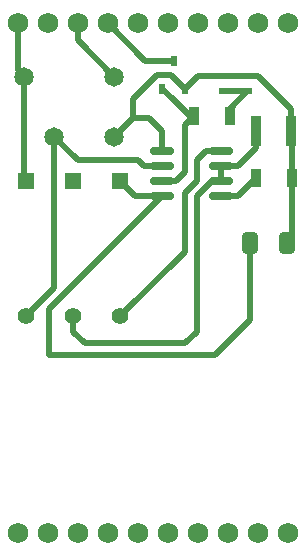
<source format=gbr>
%TF.GenerationSoftware,KiCad,Pcbnew,8.0.8*%
%TF.CreationDate,2025-04-18T10:54:44-04:00*%
%TF.ProjectId,RTDS Control Module V4.0,52544453-2043-46f6-9e74-726f6c204d6f,rev?*%
%TF.SameCoordinates,Original*%
%TF.FileFunction,Copper,L1,Top*%
%TF.FilePolarity,Positive*%
%FSLAX46Y46*%
G04 Gerber Fmt 4.6, Leading zero omitted, Abs format (unit mm)*
G04 Created by KiCad (PCBNEW 8.0.8) date 2025-04-18 10:54:44*
%MOMM*%
%LPD*%
G01*
G04 APERTURE LIST*
G04 Aperture macros list*
%AMRoundRect*
0 Rectangle with rounded corners*
0 $1 Rounding radius*
0 $2 $3 $4 $5 $6 $7 $8 $9 X,Y pos of 4 corners*
0 Add a 4 corners polygon primitive as box body*
4,1,4,$2,$3,$4,$5,$6,$7,$8,$9,$2,$3,0*
0 Add four circle primitives for the rounded corners*
1,1,$1+$1,$2,$3*
1,1,$1+$1,$4,$5*
1,1,$1+$1,$6,$7*
1,1,$1+$1,$8,$9*
0 Add four rect primitives between the rounded corners*
20,1,$1+$1,$2,$3,$4,$5,0*
20,1,$1+$1,$4,$5,$6,$7,0*
20,1,$1+$1,$6,$7,$8,$9,0*
20,1,$1+$1,$8,$9,$2,$3,0*%
G04 Aperture macros list end*
%TA.AperFunction,SMDPad,CuDef*%
%ADD10R,0.889000X0.609600*%
%TD*%
%TA.AperFunction,SMDPad,CuDef*%
%ADD11RoundRect,0.250000X-0.412500X-0.650000X0.412500X-0.650000X0.412500X0.650000X-0.412500X0.650000X0*%
%TD*%
%TA.AperFunction,SMDPad,CuDef*%
%ADD12R,0.558800X0.863600*%
%TD*%
%TA.AperFunction,SMDPad,CuDef*%
%ADD13R,0.863600X1.600200*%
%TD*%
%TA.AperFunction,ComponentPad*%
%ADD14R,1.397000X1.397000*%
%TD*%
%TA.AperFunction,ComponentPad*%
%ADD15C,1.397000*%
%TD*%
%TA.AperFunction,ComponentPad*%
%ADD16C,1.650000*%
%TD*%
%TA.AperFunction,ComponentPad*%
%ADD17C,1.750000*%
%TD*%
%TA.AperFunction,SMDPad,CuDef*%
%ADD18R,0.955600X2.500000*%
%TD*%
%TA.AperFunction,SMDPad,CuDef*%
%ADD19RoundRect,0.150000X-0.825000X-0.150000X0.825000X-0.150000X0.825000X0.150000X-0.825000X0.150000X0*%
%TD*%
%TA.AperFunction,SMDPad,CuDef*%
%ADD20R,0.855600X1.600000*%
%TD*%
%TA.AperFunction,Conductor*%
%ADD21C,0.500000*%
%TD*%
G04 APERTURE END LIST*
D10*
%TO.P,R4,1*%
%TO.N,Net-(D1-K)*%
X68250000Y-31147700D03*
%TO.P,R4,2*%
%TO.N,Net-(U1-GND)*%
X68250000Y-29852300D03*
%TD*%
D11*
%TO.P,C3,1*%
%TO.N,RESET*%
X70500000Y-44000000D03*
%TO.P,C3,2*%
%TO.N,Net-(U1-GND)*%
X73625000Y-44000000D03*
%TD*%
D12*
%TO.P,U2,1,G*%
%TO.N,Net-(D1-A)*%
X63047500Y-30943800D03*
%TO.P,U2,2,S*%
%TO.N,Net-(U1-GND)*%
X64952500Y-30943800D03*
%TO.P,U2,3,D*%
%TO.N,Net-(U2-D)*%
X64000000Y-28556200D03*
%TD*%
D13*
%TO.P,D1,1,K*%
%TO.N,Net-(D1-K)*%
X68774000Y-33250000D03*
%TO.P,D1,2,A*%
%TO.N,Net-(D1-A)*%
X65726000Y-33250000D03*
%TD*%
D14*
%TO.P,R2,1*%
%TO.N,Net-(U1-R)*%
X55500000Y-38750000D03*
D15*
%TO.P,R2,2*%
%TO.N,Net-(U1-DIS)*%
X55500000Y-50180000D03*
%TD*%
D16*
%TO.P,K1,2*%
%TO.N,Net-(U1-TR)*%
X53890000Y-34980000D03*
%TO.P,K1,4*%
%TO.N,Net-(U1-GND)*%
X58970000Y-34980000D03*
%TO.P,K1,5*%
%TO.N,Net-(J1-Pad3)*%
X58970000Y-29900000D03*
%TO.P,K1,8*%
%TO.N,Net-(U1-R)*%
X51350000Y-29900000D03*
%TD*%
D17*
%TO.P,J2,1,1*%
%TO.N,N/C*%
X50800000Y-68580000D03*
%TO.P,J2,2,2*%
X53340000Y-68580000D03*
%TO.P,J2,3,3*%
X55880000Y-68580000D03*
%TO.P,J2,4,4*%
X58420000Y-68580000D03*
%TO.P,J2,5,5*%
X60960000Y-68580000D03*
%TO.P,J2,6,6*%
X63500000Y-68580000D03*
%TO.P,J2,7,7*%
X66040000Y-68580000D03*
%TO.P,J2,8,8*%
X68580000Y-68580000D03*
%TO.P,J2,9,9*%
X71120000Y-68580000D03*
%TO.P,J2,10,10*%
X73660000Y-68580000D03*
%TD*%
D18*
%TO.P,C1,1*%
%TO.N,Net-(U1-DIS)*%
X71022199Y-34500000D03*
%TO.P,C1,2*%
%TO.N,Net-(U1-GND)*%
X73977801Y-34500000D03*
%TD*%
D14*
%TO.P,R1,1*%
%TO.N,Net-(U1-R)*%
X51500000Y-38785000D03*
D15*
%TO.P,R1,2*%
%TO.N,Net-(U1-TR)*%
X51500000Y-50215000D03*
%TD*%
D19*
%TO.P,U1,1,GND*%
%TO.N,Net-(U1-GND)*%
X63050000Y-36230000D03*
%TO.P,U1,2,TR*%
%TO.N,Net-(U1-TR)*%
X63050000Y-37500000D03*
%TO.P,U1,3,Q*%
%TO.N,Net-(D1-A)*%
X63050000Y-38770000D03*
%TO.P,U1,4,R*%
%TO.N,RESET*%
X63050000Y-40040000D03*
%TO.P,U1,5,CV*%
%TO.N,Net-(U1-CV)*%
X68000000Y-40040000D03*
%TO.P,U1,6,THR*%
%TO.N,Net-(U1-DIS)*%
X68000000Y-38770000D03*
%TO.P,U1,7,DIS*%
X68000000Y-37500000D03*
%TO.P,U1,8,VCC*%
%TO.N,Net-(U1-R)*%
X68000000Y-36230000D03*
%TD*%
D20*
%TO.P,C2,1*%
%TO.N,Net-(U1-CV)*%
X71000000Y-38500000D03*
%TO.P,C2,2*%
%TO.N,Net-(U1-GND)*%
X74055602Y-38500000D03*
%TD*%
D10*
%TO.P,R3,1*%
%TO.N,Net-(D1-K)*%
X70250000Y-31147700D03*
%TO.P,R3,2*%
%TO.N,Net-(U1-GND)*%
X70250000Y-29852300D03*
%TD*%
D14*
%TO.P,R3,1*%
%TO.N,RESET*%
X59500000Y-38785000D03*
D15*
%TO.P,R3,2*%
%TO.N,Net-(U1-R)*%
X59500000Y-50215000D03*
%TD*%
D17*
%TO.P,J1,1,1*%
%TO.N,Net-(U1-R)*%
X50800000Y-25400000D03*
%TO.P,J1,2,2*%
%TO.N,Net-(U1-GND)*%
X53340000Y-25400000D03*
%TO.P,J1,3,3*%
%TO.N,Net-(J1-Pad3)*%
X55880000Y-25400000D03*
%TO.P,J1,4,4*%
%TO.N,Net-(U2-D)*%
X58420000Y-25400000D03*
%TO.P,J1,5,5*%
%TO.N,unconnected-(J1-Pad5)*%
X60960000Y-25400000D03*
%TO.P,J1,6,6*%
%TO.N,unconnected-(J1-Pad6)*%
X63500000Y-25400000D03*
%TO.P,J1,7,7*%
%TO.N,unconnected-(J1-Pad7)*%
X66040000Y-25400000D03*
%TO.P,J1,8,8*%
%TO.N,unconnected-(J1-Pad8)*%
X68580000Y-25400000D03*
%TO.P,J1,9,9*%
%TO.N,unconnected-(J1-Pad9)*%
X71120000Y-25400000D03*
%TO.P,J1,10,10*%
%TO.N,unconnected-(J1-Pad10)*%
X73660000Y-25400000D03*
%TD*%
D21*
%TO.N,Net-(U1-TR)*%
X55910000Y-37000000D02*
X53890000Y-34980000D01*
X51500000Y-50215000D02*
X53890000Y-47825000D01*
X61000000Y-37000000D02*
X55910000Y-37000000D01*
X53890000Y-47825000D02*
X53890000Y-34980000D01*
X63050000Y-37500000D02*
X61500000Y-37500000D01*
X61500000Y-37500000D02*
X61000000Y-37000000D01*
%TO.N,Net-(U1-GND)*%
X64952500Y-30943800D02*
X66044000Y-29852300D01*
X66044000Y-29852300D02*
X68250000Y-29852300D01*
X60539900Y-33410100D02*
X61910100Y-33410100D01*
X61910100Y-33410100D02*
X63050000Y-34550000D01*
X70250000Y-29852300D02*
X71194500Y-29852300D01*
X73977801Y-32635601D02*
X73977801Y-34500000D01*
X71194500Y-29852300D02*
X73977801Y-32635601D01*
X73625000Y-44000000D02*
X74055602Y-43569398D01*
X74055602Y-38500000D02*
X74055602Y-34577801D01*
X74055602Y-43569398D02*
X74055602Y-38500000D01*
X63758700Y-29750000D02*
X62630100Y-29750000D01*
X74055602Y-34577801D02*
X73977801Y-34500000D01*
X58970000Y-34980000D02*
X60539900Y-33410100D01*
X62630100Y-29750000D02*
X60539900Y-31840200D01*
X64952500Y-30943800D02*
X63758700Y-29750000D01*
X63050000Y-34550000D02*
X63050000Y-36230000D01*
X60539900Y-31840200D02*
X60539900Y-33410100D01*
X70250000Y-29852300D02*
X68250000Y-29852300D01*
%TO.N,Net-(U1-DIS)*%
X55500000Y-51500000D02*
X55500000Y-50180000D01*
X66000000Y-40000000D02*
X66000000Y-51500000D01*
X68000000Y-37500000D02*
X69500000Y-37500000D01*
X65000000Y-52500000D02*
X56500000Y-52500000D01*
X68000000Y-38770000D02*
X67230000Y-38770000D01*
X67230000Y-38770000D02*
X66000000Y-40000000D01*
X71022199Y-35977801D02*
X71022199Y-34500000D01*
X56500000Y-52500000D02*
X55500000Y-51500000D01*
X66000000Y-51500000D02*
X65000000Y-52500000D01*
X68000000Y-37500000D02*
X68000000Y-38770000D01*
X69500000Y-37500000D02*
X71022199Y-35977801D01*
%TO.N,Net-(D1-K)*%
X70250000Y-31147700D02*
X68250000Y-31147700D01*
X68774000Y-32623700D02*
X70250000Y-31147700D01*
X68774000Y-33250000D02*
X68774000Y-32623700D01*
%TO.N,Net-(D1-A)*%
X65726000Y-33250000D02*
X65353700Y-33250000D01*
X65000000Y-33976000D02*
X65726000Y-33250000D01*
X65000000Y-38000000D02*
X65000000Y-33976000D01*
X64000000Y-31896300D02*
X63047500Y-30943800D01*
X63050000Y-38770000D02*
X64230000Y-38770000D01*
X65353700Y-33250000D02*
X64000000Y-31896300D01*
X64230000Y-38770000D02*
X65000000Y-38000000D01*
%TO.N,Net-(J1-Pad3)*%
X55880000Y-25400000D02*
X55880000Y-26810000D01*
X55880000Y-26810000D02*
X58970000Y-29900000D01*
%TO.N,Net-(U2-D)*%
X58420000Y-25400000D02*
X61576200Y-28556200D01*
X61576200Y-28556200D02*
X64000000Y-28556200D01*
%TO.N,Net-(U1-CV)*%
X69460000Y-40040000D02*
X68000000Y-40040000D01*
X71000000Y-38500000D02*
X69460000Y-40040000D01*
%TO.N,Net-(U1-R)*%
X59500000Y-50215000D02*
X65000000Y-44715000D01*
X51350000Y-29900000D02*
X51350000Y-38635000D01*
X50800000Y-29350000D02*
X51350000Y-29900000D01*
X51535000Y-38750000D02*
X51500000Y-38785000D01*
X65000000Y-39750000D02*
X66000000Y-38750000D01*
X51350000Y-38635000D02*
X51500000Y-38785000D01*
X66770000Y-36230000D02*
X68000000Y-36230000D01*
X66000000Y-38750000D02*
X66000000Y-37000000D01*
X65000000Y-44715000D02*
X65000000Y-39750000D01*
X66000000Y-37000000D02*
X66770000Y-36230000D01*
X50800000Y-25400000D02*
X50800000Y-29350000D01*
%TO.N,RESET*%
X67500000Y-53500000D02*
X70500000Y-50500000D01*
X70500000Y-50500000D02*
X70500000Y-44000000D01*
X63050000Y-40040000D02*
X60755000Y-40040000D01*
X53500000Y-53500000D02*
X67500000Y-53500000D01*
X60755000Y-40040000D02*
X59500000Y-38785000D01*
X53500000Y-49590000D02*
X53500000Y-53500000D01*
X63050000Y-40040000D02*
X53500000Y-49590000D01*
%TD*%
M02*

</source>
